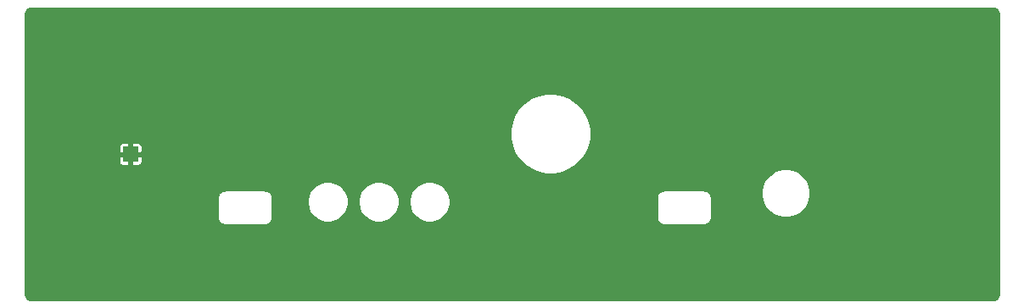
<source format=gbr>
%TF.GenerationSoftware,KiCad,Pcbnew,(5.1.9)-1*%
%TF.CreationDate,2021-04-04T20:16:54-07:00*%
%TF.ProjectId,miditwiddle-front,6d696469-7477-4696-9464-6c652d66726f,rev?*%
%TF.SameCoordinates,PX9157080PY68799b0*%
%TF.FileFunction,Copper,L2,Bot*%
%TF.FilePolarity,Positive*%
%FSLAX46Y46*%
G04 Gerber Fmt 4.6, Leading zero omitted, Abs format (unit mm)*
G04 Created by KiCad (PCBNEW (5.1.9)-1) date 2021-04-04 20:16:54*
%MOMM*%
%LPD*%
G01*
G04 APERTURE LIST*
%TA.AperFunction,SMDPad,CuDef*%
%ADD10R,1.500000X1.500000*%
%TD*%
%TA.AperFunction,ViaPad*%
%ADD11C,0.600000*%
%TD*%
%TA.AperFunction,Conductor*%
%ADD12C,0.254000*%
%TD*%
%TA.AperFunction,Conductor*%
%ADD13C,0.100000*%
%TD*%
G04 APERTURE END LIST*
D10*
%TO.P,TP1,1*%
%TO.N,GND*%
X-38100000Y7950000D03*
%TD*%
D11*
%TO.N,GND*%
X-48000000Y21950000D03*
X-48000000Y-6050000D03*
X48000000Y-6050000D03*
X48000000Y21950000D03*
%TD*%
D12*
%TO.N,GND*%
X48105082Y22480706D02*
X48206163Y22450188D01*
X48299390Y22400618D01*
X48381214Y22333884D01*
X48448518Y22252528D01*
X48498737Y22159650D01*
X48529960Y22058784D01*
X48543200Y21932816D01*
X48543201Y-6027647D01*
X48530706Y-6155081D01*
X48500188Y-6256161D01*
X48450618Y-6349391D01*
X48383884Y-6431214D01*
X48302529Y-6498517D01*
X48209649Y-6548737D01*
X48108784Y-6579960D01*
X47982816Y-6593200D01*
X-47977657Y-6593200D01*
X-48105081Y-6580706D01*
X-48206161Y-6550188D01*
X-48299391Y-6500618D01*
X-48381214Y-6433884D01*
X-48448517Y-6352529D01*
X-48498737Y-6259649D01*
X-48529960Y-6158784D01*
X-48543200Y-6032816D01*
X-48543200Y3622437D01*
X-29426800Y3622437D01*
X-29426799Y1577562D01*
X-29424901Y1558288D01*
X-29424913Y1556506D01*
X-29424291Y1550158D01*
X-29421250Y1521227D01*
X-29420189Y1510452D01*
X-29420080Y1510093D01*
X-29418171Y1491929D01*
X-29409842Y1451356D01*
X-29402087Y1410703D01*
X-29400244Y1404596D01*
X-29382930Y1348664D01*
X-29366878Y1310479D01*
X-29351375Y1272109D01*
X-29348381Y1266477D01*
X-29320533Y1214974D01*
X-29297384Y1180655D01*
X-29274711Y1146008D01*
X-29270680Y1141065D01*
X-29233360Y1095953D01*
X-29203974Y1066772D01*
X-29175014Y1037199D01*
X-29170100Y1033133D01*
X-29124726Y996128D01*
X-29090235Y973212D01*
X-29056086Y949830D01*
X-29050476Y946796D01*
X-28998780Y919308D01*
X-28960503Y903531D01*
X-28922445Y887219D01*
X-28916352Y885333D01*
X-28860301Y868410D01*
X-28819705Y860372D01*
X-28779186Y851760D01*
X-28772843Y851093D01*
X-28714573Y845380D01*
X-28714571Y845380D01*
X-28692438Y843200D01*
X-24647562Y843200D01*
X-24628278Y845099D01*
X-24626506Y845087D01*
X-24620158Y845709D01*
X-24591378Y848734D01*
X-24580452Y849810D01*
X-24580088Y849920D01*
X-24561929Y851829D01*
X-24521356Y860158D01*
X-24480703Y867913D01*
X-24474596Y869756D01*
X-24418664Y887070D01*
X-24380479Y903122D01*
X-24342109Y918625D01*
X-24336477Y921619D01*
X-24284974Y949467D01*
X-24250655Y972616D01*
X-24216008Y995289D01*
X-24211065Y999320D01*
X-24165953Y1036640D01*
X-24136772Y1066026D01*
X-24107199Y1094986D01*
X-24103133Y1099900D01*
X-24066128Y1145274D01*
X-24043212Y1179765D01*
X-24019830Y1213914D01*
X-24016796Y1219524D01*
X-23989308Y1271220D01*
X-23973531Y1309497D01*
X-23957219Y1347555D01*
X-23955333Y1353648D01*
X-23938410Y1409699D01*
X-23930372Y1450295D01*
X-23921760Y1490814D01*
X-23921093Y1497157D01*
X-23915380Y1555427D01*
X-23915380Y1555429D01*
X-23913200Y1577562D01*
X-23913200Y3403562D01*
X-20481800Y3403562D01*
X-20481800Y2996438D01*
X-20402374Y2597137D01*
X-20246574Y2221003D01*
X-20020388Y1882492D01*
X-19732508Y1594612D01*
X-19393997Y1368426D01*
X-19017863Y1212626D01*
X-18618562Y1133200D01*
X-18211438Y1133200D01*
X-17812137Y1212626D01*
X-17436003Y1368426D01*
X-17097492Y1594612D01*
X-16809612Y1882492D01*
X-16583426Y2221003D01*
X-16427626Y2597137D01*
X-16348200Y2996438D01*
X-16348200Y3403562D01*
X-15401800Y3403562D01*
X-15401800Y2996438D01*
X-15322374Y2597137D01*
X-15166574Y2221003D01*
X-14940388Y1882492D01*
X-14652508Y1594612D01*
X-14313997Y1368426D01*
X-13937863Y1212626D01*
X-13538562Y1133200D01*
X-13131438Y1133200D01*
X-12732137Y1212626D01*
X-12356003Y1368426D01*
X-12017492Y1594612D01*
X-11729612Y1882492D01*
X-11503426Y2221003D01*
X-11347626Y2597137D01*
X-11268200Y2996438D01*
X-11268200Y3403562D01*
X-10321800Y3403562D01*
X-10321800Y2996438D01*
X-10242374Y2597137D01*
X-10086574Y2221003D01*
X-9860388Y1882492D01*
X-9572508Y1594612D01*
X-9233997Y1368426D01*
X-8857863Y1212626D01*
X-8458562Y1133200D01*
X-8051438Y1133200D01*
X-7652137Y1212626D01*
X-7276003Y1368426D01*
X-6937492Y1594612D01*
X-6649612Y1882492D01*
X-6423426Y2221003D01*
X-6267626Y2597137D01*
X-6188200Y2996438D01*
X-6188200Y3403562D01*
X-6231736Y3622437D01*
X14388200Y3622437D01*
X14388201Y1577562D01*
X14390099Y1558288D01*
X14390087Y1556506D01*
X14390709Y1550158D01*
X14393750Y1521227D01*
X14394811Y1510452D01*
X14394920Y1510093D01*
X14396829Y1491929D01*
X14405158Y1451356D01*
X14412913Y1410703D01*
X14414756Y1404596D01*
X14432070Y1348664D01*
X14448122Y1310479D01*
X14463625Y1272109D01*
X14466619Y1266477D01*
X14494467Y1214974D01*
X14517616Y1180655D01*
X14540289Y1146008D01*
X14544320Y1141065D01*
X14581640Y1095953D01*
X14611026Y1066772D01*
X14639986Y1037199D01*
X14644900Y1033133D01*
X14690274Y996128D01*
X14724765Y973212D01*
X14758914Y949830D01*
X14764524Y946796D01*
X14816220Y919308D01*
X14854497Y903531D01*
X14892555Y887219D01*
X14898648Y885333D01*
X14954699Y868410D01*
X14995295Y860372D01*
X15035814Y851760D01*
X15042157Y851093D01*
X15100427Y845380D01*
X15100429Y845380D01*
X15122562Y843200D01*
X19167438Y843200D01*
X19186722Y845099D01*
X19188494Y845087D01*
X19194842Y845709D01*
X19223622Y848734D01*
X19234548Y849810D01*
X19234912Y849920D01*
X19253071Y851829D01*
X19293644Y860158D01*
X19334297Y867913D01*
X19340404Y869756D01*
X19396336Y887070D01*
X19434521Y903122D01*
X19472891Y918625D01*
X19478523Y921619D01*
X19530026Y949467D01*
X19564345Y972616D01*
X19598992Y995289D01*
X19603935Y999320D01*
X19649047Y1036640D01*
X19678228Y1066026D01*
X19707801Y1094986D01*
X19711867Y1099900D01*
X19748872Y1145274D01*
X19771788Y1179765D01*
X19795170Y1213914D01*
X19798204Y1219524D01*
X19825692Y1271220D01*
X19841469Y1309497D01*
X19857781Y1347555D01*
X19859667Y1353648D01*
X19876590Y1409699D01*
X19884628Y1450295D01*
X19893240Y1490814D01*
X19893907Y1497157D01*
X19899620Y1555427D01*
X19899620Y1555429D01*
X19901800Y1577562D01*
X19901800Y3622438D01*
X19899901Y3641722D01*
X19899913Y3643494D01*
X19899291Y3649841D01*
X19896267Y3678614D01*
X19895190Y3689548D01*
X19895079Y3689912D01*
X19893171Y3708071D01*
X19884844Y3748637D01*
X19877087Y3789297D01*
X19875244Y3795403D01*
X19857930Y3851336D01*
X19841874Y3889532D01*
X19826375Y3927891D01*
X19823381Y3933523D01*
X19795533Y3985026D01*
X19772394Y4019330D01*
X19749711Y4053992D01*
X19745680Y4058935D01*
X19708359Y4104048D01*
X19678991Y4133211D01*
X19650014Y4162801D01*
X19645100Y4166867D01*
X19599727Y4203872D01*
X19565251Y4226777D01*
X19531087Y4250170D01*
X19525476Y4253204D01*
X19473780Y4280692D01*
X19444480Y4292769D01*
X24840126Y4292769D01*
X24840126Y3807231D01*
X24934850Y3331023D01*
X25120657Y2882445D01*
X25390408Y2478735D01*
X25733735Y2135408D01*
X26137445Y1865657D01*
X26586023Y1679850D01*
X27062231Y1585126D01*
X27547769Y1585126D01*
X28023977Y1679850D01*
X28472555Y1865657D01*
X28876265Y2135408D01*
X29219592Y2478735D01*
X29489343Y2882445D01*
X29675150Y3331023D01*
X29769874Y3807231D01*
X29769874Y4292769D01*
X29675150Y4768977D01*
X29489343Y5217555D01*
X29219592Y5621265D01*
X28876265Y5964592D01*
X28472555Y6234343D01*
X28023977Y6420150D01*
X27547769Y6514874D01*
X27062231Y6514874D01*
X26586023Y6420150D01*
X26137445Y6234343D01*
X25733735Y5964592D01*
X25390408Y5621265D01*
X25120657Y5217555D01*
X24934850Y4768977D01*
X24840126Y4292769D01*
X19444480Y4292769D01*
X19435491Y4296474D01*
X19397445Y4312781D01*
X19391358Y4314665D01*
X19391356Y4314666D01*
X19391354Y4314666D01*
X19391352Y4314667D01*
X19335301Y4331590D01*
X19294697Y4339630D01*
X19254185Y4348240D01*
X19247842Y4348907D01*
X19189573Y4354620D01*
X19189571Y4354620D01*
X19167438Y4356800D01*
X15122562Y4356800D01*
X15103278Y4354901D01*
X15101506Y4354913D01*
X15095159Y4354291D01*
X15066386Y4351267D01*
X15055452Y4350190D01*
X15055088Y4350079D01*
X15036929Y4348171D01*
X14996363Y4339844D01*
X14955703Y4332087D01*
X14949597Y4330244D01*
X14893664Y4312930D01*
X14855468Y4296874D01*
X14817109Y4281375D01*
X14811477Y4278381D01*
X14759974Y4250533D01*
X14725670Y4227394D01*
X14691008Y4204711D01*
X14686065Y4200680D01*
X14640952Y4163359D01*
X14611789Y4133991D01*
X14582199Y4105014D01*
X14578133Y4100100D01*
X14541128Y4054727D01*
X14518223Y4020251D01*
X14494830Y3986087D01*
X14491796Y3980476D01*
X14464308Y3928780D01*
X14448526Y3890491D01*
X14432219Y3852445D01*
X14430333Y3846352D01*
X14413410Y3790301D01*
X14405370Y3749697D01*
X14396760Y3709185D01*
X14396093Y3702842D01*
X14390421Y3644988D01*
X14388200Y3622437D01*
X-6231736Y3622437D01*
X-6267626Y3802863D01*
X-6423426Y4178997D01*
X-6649612Y4517508D01*
X-6937492Y4805388D01*
X-7276003Y5031574D01*
X-7652137Y5187374D01*
X-8051438Y5266800D01*
X-8458562Y5266800D01*
X-8857863Y5187374D01*
X-9233997Y5031574D01*
X-9572508Y4805388D01*
X-9860388Y4517508D01*
X-10086574Y4178997D01*
X-10242374Y3802863D01*
X-10321800Y3403562D01*
X-11268200Y3403562D01*
X-11347626Y3802863D01*
X-11503426Y4178997D01*
X-11729612Y4517508D01*
X-12017492Y4805388D01*
X-12356003Y5031574D01*
X-12732137Y5187374D01*
X-13131438Y5266800D01*
X-13538562Y5266800D01*
X-13937863Y5187374D01*
X-14313997Y5031574D01*
X-14652508Y4805388D01*
X-14940388Y4517508D01*
X-15166574Y4178997D01*
X-15322374Y3802863D01*
X-15401800Y3403562D01*
X-16348200Y3403562D01*
X-16427626Y3802863D01*
X-16583426Y4178997D01*
X-16809612Y4517508D01*
X-17097492Y4805388D01*
X-17436003Y5031574D01*
X-17812137Y5187374D01*
X-18211438Y5266800D01*
X-18618562Y5266800D01*
X-19017863Y5187374D01*
X-19393997Y5031574D01*
X-19732508Y4805388D01*
X-20020388Y4517508D01*
X-20246574Y4178997D01*
X-20402374Y3802863D01*
X-20481800Y3403562D01*
X-23913200Y3403562D01*
X-23913200Y3622438D01*
X-23915099Y3641722D01*
X-23915087Y3643494D01*
X-23915709Y3649841D01*
X-23918733Y3678614D01*
X-23919810Y3689548D01*
X-23919921Y3689912D01*
X-23921829Y3708071D01*
X-23930156Y3748637D01*
X-23937913Y3789297D01*
X-23939756Y3795403D01*
X-23957070Y3851336D01*
X-23973126Y3889532D01*
X-23988625Y3927891D01*
X-23991619Y3933523D01*
X-24019467Y3985026D01*
X-24042606Y4019330D01*
X-24065289Y4053992D01*
X-24069320Y4058935D01*
X-24106641Y4104048D01*
X-24136009Y4133211D01*
X-24164986Y4162801D01*
X-24169900Y4166867D01*
X-24215273Y4203872D01*
X-24249749Y4226777D01*
X-24283913Y4250170D01*
X-24289524Y4253204D01*
X-24341220Y4280692D01*
X-24379509Y4296474D01*
X-24417555Y4312781D01*
X-24423642Y4314665D01*
X-24423644Y4314666D01*
X-24423646Y4314666D01*
X-24423648Y4314667D01*
X-24479699Y4331590D01*
X-24520303Y4339630D01*
X-24560815Y4348240D01*
X-24567158Y4348907D01*
X-24625427Y4354620D01*
X-24625429Y4354620D01*
X-24647562Y4356800D01*
X-28692438Y4356800D01*
X-28711722Y4354901D01*
X-28713494Y4354913D01*
X-28719841Y4354291D01*
X-28748614Y4351267D01*
X-28759548Y4350190D01*
X-28759912Y4350079D01*
X-28778071Y4348171D01*
X-28818637Y4339844D01*
X-28859297Y4332087D01*
X-28865403Y4330244D01*
X-28921336Y4312930D01*
X-28959532Y4296874D01*
X-28997891Y4281375D01*
X-29003523Y4278381D01*
X-29055026Y4250533D01*
X-29089330Y4227394D01*
X-29123992Y4204711D01*
X-29128935Y4200680D01*
X-29174048Y4163359D01*
X-29203211Y4133991D01*
X-29232801Y4105014D01*
X-29236867Y4100100D01*
X-29273872Y4054727D01*
X-29296777Y4020251D01*
X-29320170Y3986087D01*
X-29323204Y3980476D01*
X-29350692Y3928780D01*
X-29366474Y3890491D01*
X-29382781Y3852445D01*
X-29384667Y3846352D01*
X-29401590Y3790301D01*
X-29409630Y3749697D01*
X-29418240Y3709185D01*
X-29418907Y3702842D01*
X-29424579Y3644988D01*
X-29426800Y3622437D01*
X-48543200Y3622437D01*
X-48543200Y7200000D01*
X-39283889Y7200000D01*
X-39275552Y7115352D01*
X-39250861Y7033958D01*
X-39210766Y6958944D01*
X-39156806Y6893194D01*
X-39091056Y6839234D01*
X-39016042Y6799139D01*
X-38934648Y6774448D01*
X-38850000Y6766111D01*
X-38334950Y6768200D01*
X-38227000Y6876150D01*
X-38227000Y7823000D01*
X-37973000Y7823000D01*
X-37973000Y6876150D01*
X-37865050Y6768200D01*
X-37350000Y6766111D01*
X-37265352Y6774448D01*
X-37183958Y6799139D01*
X-37108944Y6839234D01*
X-37043194Y6893194D01*
X-36989234Y6958944D01*
X-36949139Y7033958D01*
X-36924448Y7115352D01*
X-36916111Y7200000D01*
X-36918200Y7715050D01*
X-37026150Y7823000D01*
X-37973000Y7823000D01*
X-38227000Y7823000D01*
X-39173850Y7823000D01*
X-39281800Y7715050D01*
X-39283889Y7200000D01*
X-48543200Y7200000D01*
X-48543200Y8700000D01*
X-39283889Y8700000D01*
X-39281800Y8184950D01*
X-39173850Y8077000D01*
X-38227000Y8077000D01*
X-38227000Y9023850D01*
X-37973000Y9023850D01*
X-37973000Y8077000D01*
X-37026150Y8077000D01*
X-36918200Y8184950D01*
X-36916111Y8700000D01*
X-36924448Y8784648D01*
X-36949139Y8866042D01*
X-36989234Y8941056D01*
X-37043194Y9006806D01*
X-37108944Y9060766D01*
X-37183958Y9100861D01*
X-37265352Y9125552D01*
X-37350000Y9133889D01*
X-37865050Y9131800D01*
X-37973000Y9023850D01*
X-38227000Y9023850D01*
X-38334950Y9131800D01*
X-38850000Y9133889D01*
X-38934648Y9125552D01*
X-39016042Y9100861D01*
X-39091056Y9060766D01*
X-39156806Y9006806D01*
X-39210766Y8941056D01*
X-39250861Y8866042D01*
X-39275552Y8784648D01*
X-39283889Y8700000D01*
X-48543200Y8700000D01*
X-48543200Y10399596D01*
X-247169Y10399596D01*
X-247169Y9600404D01*
X-91254Y8816567D01*
X214583Y8078210D01*
X658591Y7413705D01*
X1223705Y6848591D01*
X1888210Y6404583D01*
X2626567Y6098746D01*
X3410404Y5942831D01*
X4209596Y5942831D01*
X4993433Y6098746D01*
X5731790Y6404583D01*
X6396295Y6848591D01*
X6961409Y7413705D01*
X7405417Y8078210D01*
X7711254Y8816567D01*
X7867169Y9600404D01*
X7867169Y10399596D01*
X7711254Y11183433D01*
X7405417Y11921790D01*
X6961409Y12586295D01*
X6396295Y13151409D01*
X5731790Y13595417D01*
X4993433Y13901254D01*
X4209596Y14057169D01*
X3410404Y14057169D01*
X2626567Y13901254D01*
X1888210Y13595417D01*
X1223705Y13151409D01*
X658591Y12586295D01*
X214583Y11921790D01*
X-91254Y11183433D01*
X-247169Y10399596D01*
X-48543200Y10399596D01*
X-48543200Y21927657D01*
X-48530706Y22055082D01*
X-48500188Y22156163D01*
X-48450618Y22249390D01*
X-48383884Y22331214D01*
X-48302528Y22398518D01*
X-48209650Y22448737D01*
X-48108784Y22479960D01*
X-47982816Y22493200D01*
X47977657Y22493200D01*
X48105082Y22480706D01*
%TA.AperFunction,Conductor*%
D13*
G36*
X48105082Y22480706D02*
G01*
X48206163Y22450188D01*
X48299390Y22400618D01*
X48381214Y22333884D01*
X48448518Y22252528D01*
X48498737Y22159650D01*
X48529960Y22058784D01*
X48543200Y21932816D01*
X48543201Y-6027647D01*
X48530706Y-6155081D01*
X48500188Y-6256161D01*
X48450618Y-6349391D01*
X48383884Y-6431214D01*
X48302529Y-6498517D01*
X48209649Y-6548737D01*
X48108784Y-6579960D01*
X47982816Y-6593200D01*
X-47977657Y-6593200D01*
X-48105081Y-6580706D01*
X-48206161Y-6550188D01*
X-48299391Y-6500618D01*
X-48381214Y-6433884D01*
X-48448517Y-6352529D01*
X-48498737Y-6259649D01*
X-48529960Y-6158784D01*
X-48543200Y-6032816D01*
X-48543200Y3622437D01*
X-29426800Y3622437D01*
X-29426799Y1577562D01*
X-29424901Y1558288D01*
X-29424913Y1556506D01*
X-29424291Y1550158D01*
X-29421250Y1521227D01*
X-29420189Y1510452D01*
X-29420080Y1510093D01*
X-29418171Y1491929D01*
X-29409842Y1451356D01*
X-29402087Y1410703D01*
X-29400244Y1404596D01*
X-29382930Y1348664D01*
X-29366878Y1310479D01*
X-29351375Y1272109D01*
X-29348381Y1266477D01*
X-29320533Y1214974D01*
X-29297384Y1180655D01*
X-29274711Y1146008D01*
X-29270680Y1141065D01*
X-29233360Y1095953D01*
X-29203974Y1066772D01*
X-29175014Y1037199D01*
X-29170100Y1033133D01*
X-29124726Y996128D01*
X-29090235Y973212D01*
X-29056086Y949830D01*
X-29050476Y946796D01*
X-28998780Y919308D01*
X-28960503Y903531D01*
X-28922445Y887219D01*
X-28916352Y885333D01*
X-28860301Y868410D01*
X-28819705Y860372D01*
X-28779186Y851760D01*
X-28772843Y851093D01*
X-28714573Y845380D01*
X-28714571Y845380D01*
X-28692438Y843200D01*
X-24647562Y843200D01*
X-24628278Y845099D01*
X-24626506Y845087D01*
X-24620158Y845709D01*
X-24591378Y848734D01*
X-24580452Y849810D01*
X-24580088Y849920D01*
X-24561929Y851829D01*
X-24521356Y860158D01*
X-24480703Y867913D01*
X-24474596Y869756D01*
X-24418664Y887070D01*
X-24380479Y903122D01*
X-24342109Y918625D01*
X-24336477Y921619D01*
X-24284974Y949467D01*
X-24250655Y972616D01*
X-24216008Y995289D01*
X-24211065Y999320D01*
X-24165953Y1036640D01*
X-24136772Y1066026D01*
X-24107199Y1094986D01*
X-24103133Y1099900D01*
X-24066128Y1145274D01*
X-24043212Y1179765D01*
X-24019830Y1213914D01*
X-24016796Y1219524D01*
X-23989308Y1271220D01*
X-23973531Y1309497D01*
X-23957219Y1347555D01*
X-23955333Y1353648D01*
X-23938410Y1409699D01*
X-23930372Y1450295D01*
X-23921760Y1490814D01*
X-23921093Y1497157D01*
X-23915380Y1555427D01*
X-23915380Y1555429D01*
X-23913200Y1577562D01*
X-23913200Y3403562D01*
X-20481800Y3403562D01*
X-20481800Y2996438D01*
X-20402374Y2597137D01*
X-20246574Y2221003D01*
X-20020388Y1882492D01*
X-19732508Y1594612D01*
X-19393997Y1368426D01*
X-19017863Y1212626D01*
X-18618562Y1133200D01*
X-18211438Y1133200D01*
X-17812137Y1212626D01*
X-17436003Y1368426D01*
X-17097492Y1594612D01*
X-16809612Y1882492D01*
X-16583426Y2221003D01*
X-16427626Y2597137D01*
X-16348200Y2996438D01*
X-16348200Y3403562D01*
X-15401800Y3403562D01*
X-15401800Y2996438D01*
X-15322374Y2597137D01*
X-15166574Y2221003D01*
X-14940388Y1882492D01*
X-14652508Y1594612D01*
X-14313997Y1368426D01*
X-13937863Y1212626D01*
X-13538562Y1133200D01*
X-13131438Y1133200D01*
X-12732137Y1212626D01*
X-12356003Y1368426D01*
X-12017492Y1594612D01*
X-11729612Y1882492D01*
X-11503426Y2221003D01*
X-11347626Y2597137D01*
X-11268200Y2996438D01*
X-11268200Y3403562D01*
X-10321800Y3403562D01*
X-10321800Y2996438D01*
X-10242374Y2597137D01*
X-10086574Y2221003D01*
X-9860388Y1882492D01*
X-9572508Y1594612D01*
X-9233997Y1368426D01*
X-8857863Y1212626D01*
X-8458562Y1133200D01*
X-8051438Y1133200D01*
X-7652137Y1212626D01*
X-7276003Y1368426D01*
X-6937492Y1594612D01*
X-6649612Y1882492D01*
X-6423426Y2221003D01*
X-6267626Y2597137D01*
X-6188200Y2996438D01*
X-6188200Y3403562D01*
X-6231736Y3622437D01*
X14388200Y3622437D01*
X14388201Y1577562D01*
X14390099Y1558288D01*
X14390087Y1556506D01*
X14390709Y1550158D01*
X14393750Y1521227D01*
X14394811Y1510452D01*
X14394920Y1510093D01*
X14396829Y1491929D01*
X14405158Y1451356D01*
X14412913Y1410703D01*
X14414756Y1404596D01*
X14432070Y1348664D01*
X14448122Y1310479D01*
X14463625Y1272109D01*
X14466619Y1266477D01*
X14494467Y1214974D01*
X14517616Y1180655D01*
X14540289Y1146008D01*
X14544320Y1141065D01*
X14581640Y1095953D01*
X14611026Y1066772D01*
X14639986Y1037199D01*
X14644900Y1033133D01*
X14690274Y996128D01*
X14724765Y973212D01*
X14758914Y949830D01*
X14764524Y946796D01*
X14816220Y919308D01*
X14854497Y903531D01*
X14892555Y887219D01*
X14898648Y885333D01*
X14954699Y868410D01*
X14995295Y860372D01*
X15035814Y851760D01*
X15042157Y851093D01*
X15100427Y845380D01*
X15100429Y845380D01*
X15122562Y843200D01*
X19167438Y843200D01*
X19186722Y845099D01*
X19188494Y845087D01*
X19194842Y845709D01*
X19223622Y848734D01*
X19234548Y849810D01*
X19234912Y849920D01*
X19253071Y851829D01*
X19293644Y860158D01*
X19334297Y867913D01*
X19340404Y869756D01*
X19396336Y887070D01*
X19434521Y903122D01*
X19472891Y918625D01*
X19478523Y921619D01*
X19530026Y949467D01*
X19564345Y972616D01*
X19598992Y995289D01*
X19603935Y999320D01*
X19649047Y1036640D01*
X19678228Y1066026D01*
X19707801Y1094986D01*
X19711867Y1099900D01*
X19748872Y1145274D01*
X19771788Y1179765D01*
X19795170Y1213914D01*
X19798204Y1219524D01*
X19825692Y1271220D01*
X19841469Y1309497D01*
X19857781Y1347555D01*
X19859667Y1353648D01*
X19876590Y1409699D01*
X19884628Y1450295D01*
X19893240Y1490814D01*
X19893907Y1497157D01*
X19899620Y1555427D01*
X19899620Y1555429D01*
X19901800Y1577562D01*
X19901800Y3622438D01*
X19899901Y3641722D01*
X19899913Y3643494D01*
X19899291Y3649841D01*
X19896267Y3678614D01*
X19895190Y3689548D01*
X19895079Y3689912D01*
X19893171Y3708071D01*
X19884844Y3748637D01*
X19877087Y3789297D01*
X19875244Y3795403D01*
X19857930Y3851336D01*
X19841874Y3889532D01*
X19826375Y3927891D01*
X19823381Y3933523D01*
X19795533Y3985026D01*
X19772394Y4019330D01*
X19749711Y4053992D01*
X19745680Y4058935D01*
X19708359Y4104048D01*
X19678991Y4133211D01*
X19650014Y4162801D01*
X19645100Y4166867D01*
X19599727Y4203872D01*
X19565251Y4226777D01*
X19531087Y4250170D01*
X19525476Y4253204D01*
X19473780Y4280692D01*
X19444480Y4292769D01*
X24840126Y4292769D01*
X24840126Y3807231D01*
X24934850Y3331023D01*
X25120657Y2882445D01*
X25390408Y2478735D01*
X25733735Y2135408D01*
X26137445Y1865657D01*
X26586023Y1679850D01*
X27062231Y1585126D01*
X27547769Y1585126D01*
X28023977Y1679850D01*
X28472555Y1865657D01*
X28876265Y2135408D01*
X29219592Y2478735D01*
X29489343Y2882445D01*
X29675150Y3331023D01*
X29769874Y3807231D01*
X29769874Y4292769D01*
X29675150Y4768977D01*
X29489343Y5217555D01*
X29219592Y5621265D01*
X28876265Y5964592D01*
X28472555Y6234343D01*
X28023977Y6420150D01*
X27547769Y6514874D01*
X27062231Y6514874D01*
X26586023Y6420150D01*
X26137445Y6234343D01*
X25733735Y5964592D01*
X25390408Y5621265D01*
X25120657Y5217555D01*
X24934850Y4768977D01*
X24840126Y4292769D01*
X19444480Y4292769D01*
X19435491Y4296474D01*
X19397445Y4312781D01*
X19391358Y4314665D01*
X19391356Y4314666D01*
X19391354Y4314666D01*
X19391352Y4314667D01*
X19335301Y4331590D01*
X19294697Y4339630D01*
X19254185Y4348240D01*
X19247842Y4348907D01*
X19189573Y4354620D01*
X19189571Y4354620D01*
X19167438Y4356800D01*
X15122562Y4356800D01*
X15103278Y4354901D01*
X15101506Y4354913D01*
X15095159Y4354291D01*
X15066386Y4351267D01*
X15055452Y4350190D01*
X15055088Y4350079D01*
X15036929Y4348171D01*
X14996363Y4339844D01*
X14955703Y4332087D01*
X14949597Y4330244D01*
X14893664Y4312930D01*
X14855468Y4296874D01*
X14817109Y4281375D01*
X14811477Y4278381D01*
X14759974Y4250533D01*
X14725670Y4227394D01*
X14691008Y4204711D01*
X14686065Y4200680D01*
X14640952Y4163359D01*
X14611789Y4133991D01*
X14582199Y4105014D01*
X14578133Y4100100D01*
X14541128Y4054727D01*
X14518223Y4020251D01*
X14494830Y3986087D01*
X14491796Y3980476D01*
X14464308Y3928780D01*
X14448526Y3890491D01*
X14432219Y3852445D01*
X14430333Y3846352D01*
X14413410Y3790301D01*
X14405370Y3749697D01*
X14396760Y3709185D01*
X14396093Y3702842D01*
X14390421Y3644988D01*
X14388200Y3622437D01*
X-6231736Y3622437D01*
X-6267626Y3802863D01*
X-6423426Y4178997D01*
X-6649612Y4517508D01*
X-6937492Y4805388D01*
X-7276003Y5031574D01*
X-7652137Y5187374D01*
X-8051438Y5266800D01*
X-8458562Y5266800D01*
X-8857863Y5187374D01*
X-9233997Y5031574D01*
X-9572508Y4805388D01*
X-9860388Y4517508D01*
X-10086574Y4178997D01*
X-10242374Y3802863D01*
X-10321800Y3403562D01*
X-11268200Y3403562D01*
X-11347626Y3802863D01*
X-11503426Y4178997D01*
X-11729612Y4517508D01*
X-12017492Y4805388D01*
X-12356003Y5031574D01*
X-12732137Y5187374D01*
X-13131438Y5266800D01*
X-13538562Y5266800D01*
X-13937863Y5187374D01*
X-14313997Y5031574D01*
X-14652508Y4805388D01*
X-14940388Y4517508D01*
X-15166574Y4178997D01*
X-15322374Y3802863D01*
X-15401800Y3403562D01*
X-16348200Y3403562D01*
X-16427626Y3802863D01*
X-16583426Y4178997D01*
X-16809612Y4517508D01*
X-17097492Y4805388D01*
X-17436003Y5031574D01*
X-17812137Y5187374D01*
X-18211438Y5266800D01*
X-18618562Y5266800D01*
X-19017863Y5187374D01*
X-19393997Y5031574D01*
X-19732508Y4805388D01*
X-20020388Y4517508D01*
X-20246574Y4178997D01*
X-20402374Y3802863D01*
X-20481800Y3403562D01*
X-23913200Y3403562D01*
X-23913200Y3622438D01*
X-23915099Y3641722D01*
X-23915087Y3643494D01*
X-23915709Y3649841D01*
X-23918733Y3678614D01*
X-23919810Y3689548D01*
X-23919921Y3689912D01*
X-23921829Y3708071D01*
X-23930156Y3748637D01*
X-23937913Y3789297D01*
X-23939756Y3795403D01*
X-23957070Y3851336D01*
X-23973126Y3889532D01*
X-23988625Y3927891D01*
X-23991619Y3933523D01*
X-24019467Y3985026D01*
X-24042606Y4019330D01*
X-24065289Y4053992D01*
X-24069320Y4058935D01*
X-24106641Y4104048D01*
X-24136009Y4133211D01*
X-24164986Y4162801D01*
X-24169900Y4166867D01*
X-24215273Y4203872D01*
X-24249749Y4226777D01*
X-24283913Y4250170D01*
X-24289524Y4253204D01*
X-24341220Y4280692D01*
X-24379509Y4296474D01*
X-24417555Y4312781D01*
X-24423642Y4314665D01*
X-24423644Y4314666D01*
X-24423646Y4314666D01*
X-24423648Y4314667D01*
X-24479699Y4331590D01*
X-24520303Y4339630D01*
X-24560815Y4348240D01*
X-24567158Y4348907D01*
X-24625427Y4354620D01*
X-24625429Y4354620D01*
X-24647562Y4356800D01*
X-28692438Y4356800D01*
X-28711722Y4354901D01*
X-28713494Y4354913D01*
X-28719841Y4354291D01*
X-28748614Y4351267D01*
X-28759548Y4350190D01*
X-28759912Y4350079D01*
X-28778071Y4348171D01*
X-28818637Y4339844D01*
X-28859297Y4332087D01*
X-28865403Y4330244D01*
X-28921336Y4312930D01*
X-28959532Y4296874D01*
X-28997891Y4281375D01*
X-29003523Y4278381D01*
X-29055026Y4250533D01*
X-29089330Y4227394D01*
X-29123992Y4204711D01*
X-29128935Y4200680D01*
X-29174048Y4163359D01*
X-29203211Y4133991D01*
X-29232801Y4105014D01*
X-29236867Y4100100D01*
X-29273872Y4054727D01*
X-29296777Y4020251D01*
X-29320170Y3986087D01*
X-29323204Y3980476D01*
X-29350692Y3928780D01*
X-29366474Y3890491D01*
X-29382781Y3852445D01*
X-29384667Y3846352D01*
X-29401590Y3790301D01*
X-29409630Y3749697D01*
X-29418240Y3709185D01*
X-29418907Y3702842D01*
X-29424579Y3644988D01*
X-29426800Y3622437D01*
X-48543200Y3622437D01*
X-48543200Y7200000D01*
X-39283889Y7200000D01*
X-39275552Y7115352D01*
X-39250861Y7033958D01*
X-39210766Y6958944D01*
X-39156806Y6893194D01*
X-39091056Y6839234D01*
X-39016042Y6799139D01*
X-38934648Y6774448D01*
X-38850000Y6766111D01*
X-38334950Y6768200D01*
X-38227000Y6876150D01*
X-38227000Y7823000D01*
X-37973000Y7823000D01*
X-37973000Y6876150D01*
X-37865050Y6768200D01*
X-37350000Y6766111D01*
X-37265352Y6774448D01*
X-37183958Y6799139D01*
X-37108944Y6839234D01*
X-37043194Y6893194D01*
X-36989234Y6958944D01*
X-36949139Y7033958D01*
X-36924448Y7115352D01*
X-36916111Y7200000D01*
X-36918200Y7715050D01*
X-37026150Y7823000D01*
X-37973000Y7823000D01*
X-38227000Y7823000D01*
X-39173850Y7823000D01*
X-39281800Y7715050D01*
X-39283889Y7200000D01*
X-48543200Y7200000D01*
X-48543200Y8700000D01*
X-39283889Y8700000D01*
X-39281800Y8184950D01*
X-39173850Y8077000D01*
X-38227000Y8077000D01*
X-38227000Y9023850D01*
X-37973000Y9023850D01*
X-37973000Y8077000D01*
X-37026150Y8077000D01*
X-36918200Y8184950D01*
X-36916111Y8700000D01*
X-36924448Y8784648D01*
X-36949139Y8866042D01*
X-36989234Y8941056D01*
X-37043194Y9006806D01*
X-37108944Y9060766D01*
X-37183958Y9100861D01*
X-37265352Y9125552D01*
X-37350000Y9133889D01*
X-37865050Y9131800D01*
X-37973000Y9023850D01*
X-38227000Y9023850D01*
X-38334950Y9131800D01*
X-38850000Y9133889D01*
X-38934648Y9125552D01*
X-39016042Y9100861D01*
X-39091056Y9060766D01*
X-39156806Y9006806D01*
X-39210766Y8941056D01*
X-39250861Y8866042D01*
X-39275552Y8784648D01*
X-39283889Y8700000D01*
X-48543200Y8700000D01*
X-48543200Y10399596D01*
X-247169Y10399596D01*
X-247169Y9600404D01*
X-91254Y8816567D01*
X214583Y8078210D01*
X658591Y7413705D01*
X1223705Y6848591D01*
X1888210Y6404583D01*
X2626567Y6098746D01*
X3410404Y5942831D01*
X4209596Y5942831D01*
X4993433Y6098746D01*
X5731790Y6404583D01*
X6396295Y6848591D01*
X6961409Y7413705D01*
X7405417Y8078210D01*
X7711254Y8816567D01*
X7867169Y9600404D01*
X7867169Y10399596D01*
X7711254Y11183433D01*
X7405417Y11921790D01*
X6961409Y12586295D01*
X6396295Y13151409D01*
X5731790Y13595417D01*
X4993433Y13901254D01*
X4209596Y14057169D01*
X3410404Y14057169D01*
X2626567Y13901254D01*
X1888210Y13595417D01*
X1223705Y13151409D01*
X658591Y12586295D01*
X214583Y11921790D01*
X-91254Y11183433D01*
X-247169Y10399596D01*
X-48543200Y10399596D01*
X-48543200Y21927657D01*
X-48530706Y22055082D01*
X-48500188Y22156163D01*
X-48450618Y22249390D01*
X-48383884Y22331214D01*
X-48302528Y22398518D01*
X-48209650Y22448737D01*
X-48108784Y22479960D01*
X-47982816Y22493200D01*
X47977657Y22493200D01*
X48105082Y22480706D01*
G37*
%TD.AperFunction*%
%TD*%
M02*

</source>
